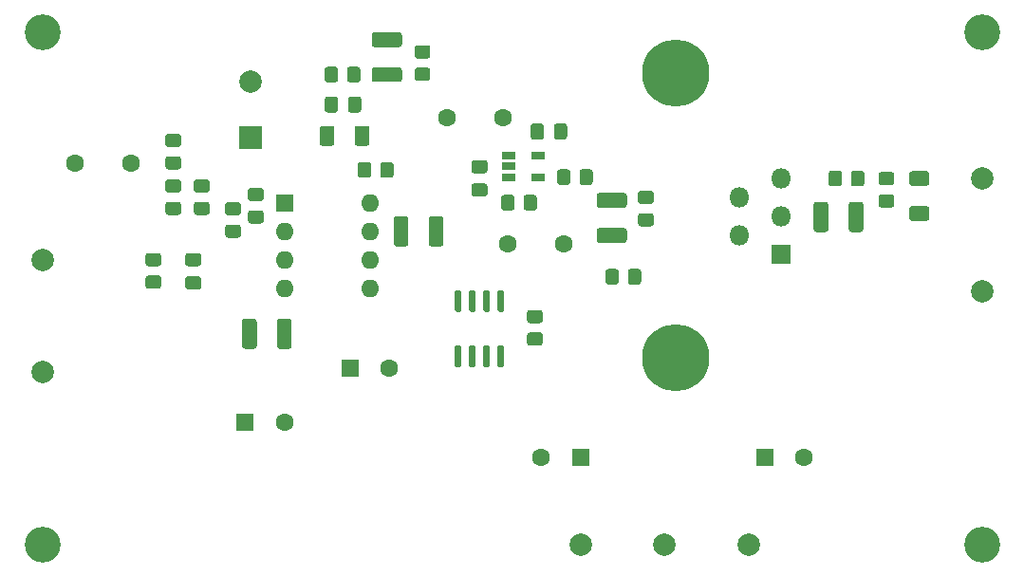
<source format=gbr>
G04 #@! TF.GenerationSoftware,KiCad,Pcbnew,(5.1.9-0-10_14)*
G04 #@! TF.CreationDate,2021-02-19T16:14:07+01:00*
G04 #@! TF.ProjectId,lt1115-phono-mm-mc,6c743131-3135-42d7-9068-6f6e6f2d6d6d,rev?*
G04 #@! TF.SameCoordinates,Original*
G04 #@! TF.FileFunction,Soldermask,Top*
G04 #@! TF.FilePolarity,Negative*
%FSLAX46Y46*%
G04 Gerber Fmt 4.6, Leading zero omitted, Abs format (unit mm)*
G04 Created by KiCad (PCBNEW (5.1.9-0-10_14)) date 2021-02-19 16:14:07*
%MOMM*%
%LPD*%
G01*
G04 APERTURE LIST*
%ADD10C,3.200000*%
%ADD11R,1.220000X0.650000*%
%ADD12O,1.800000X1.800000*%
%ADD13R,1.800000X1.800000*%
%ADD14O,1.600000X1.600000*%
%ADD15R,1.600000X1.600000*%
%ADD16C,2.000000*%
%ADD17C,6.000000*%
%ADD18C,1.600000*%
%ADD19R,2.000000X2.000000*%
G04 APERTURE END LIST*
D10*
X163830000Y-144780000D03*
X80010000Y-144780000D03*
X163830000Y-99060000D03*
X80010000Y-99060000D03*
D11*
X124206000Y-110114000D03*
X124206000Y-112014000D03*
X121586000Y-112014000D03*
X121586000Y-111064000D03*
X121586000Y-110114000D03*
D12*
X145923000Y-112135500D03*
X142223000Y-113835500D03*
X145923000Y-115535500D03*
X142223000Y-117235500D03*
D13*
X145923000Y-118935500D03*
G36*
G01*
X120754000Y-127041000D02*
X121054000Y-127041000D01*
G75*
G02*
X121204000Y-127191000I0J-150000D01*
G01*
X121204000Y-128841000D01*
G75*
G02*
X121054000Y-128991000I-150000J0D01*
G01*
X120754000Y-128991000D01*
G75*
G02*
X120604000Y-128841000I0J150000D01*
G01*
X120604000Y-127191000D01*
G75*
G02*
X120754000Y-127041000I150000J0D01*
G01*
G37*
G36*
G01*
X119484000Y-127041000D02*
X119784000Y-127041000D01*
G75*
G02*
X119934000Y-127191000I0J-150000D01*
G01*
X119934000Y-128841000D01*
G75*
G02*
X119784000Y-128991000I-150000J0D01*
G01*
X119484000Y-128991000D01*
G75*
G02*
X119334000Y-128841000I0J150000D01*
G01*
X119334000Y-127191000D01*
G75*
G02*
X119484000Y-127041000I150000J0D01*
G01*
G37*
G36*
G01*
X118214000Y-127041000D02*
X118514000Y-127041000D01*
G75*
G02*
X118664000Y-127191000I0J-150000D01*
G01*
X118664000Y-128841000D01*
G75*
G02*
X118514000Y-128991000I-150000J0D01*
G01*
X118214000Y-128991000D01*
G75*
G02*
X118064000Y-128841000I0J150000D01*
G01*
X118064000Y-127191000D01*
G75*
G02*
X118214000Y-127041000I150000J0D01*
G01*
G37*
G36*
G01*
X116944000Y-127041000D02*
X117244000Y-127041000D01*
G75*
G02*
X117394000Y-127191000I0J-150000D01*
G01*
X117394000Y-128841000D01*
G75*
G02*
X117244000Y-128991000I-150000J0D01*
G01*
X116944000Y-128991000D01*
G75*
G02*
X116794000Y-128841000I0J150000D01*
G01*
X116794000Y-127191000D01*
G75*
G02*
X116944000Y-127041000I150000J0D01*
G01*
G37*
G36*
G01*
X116944000Y-122091000D02*
X117244000Y-122091000D01*
G75*
G02*
X117394000Y-122241000I0J-150000D01*
G01*
X117394000Y-123891000D01*
G75*
G02*
X117244000Y-124041000I-150000J0D01*
G01*
X116944000Y-124041000D01*
G75*
G02*
X116794000Y-123891000I0J150000D01*
G01*
X116794000Y-122241000D01*
G75*
G02*
X116944000Y-122091000I150000J0D01*
G01*
G37*
G36*
G01*
X118214000Y-122091000D02*
X118514000Y-122091000D01*
G75*
G02*
X118664000Y-122241000I0J-150000D01*
G01*
X118664000Y-123891000D01*
G75*
G02*
X118514000Y-124041000I-150000J0D01*
G01*
X118214000Y-124041000D01*
G75*
G02*
X118064000Y-123891000I0J150000D01*
G01*
X118064000Y-122241000D01*
G75*
G02*
X118214000Y-122091000I150000J0D01*
G01*
G37*
G36*
G01*
X119484000Y-122091000D02*
X119784000Y-122091000D01*
G75*
G02*
X119934000Y-122241000I0J-150000D01*
G01*
X119934000Y-123891000D01*
G75*
G02*
X119784000Y-124041000I-150000J0D01*
G01*
X119484000Y-124041000D01*
G75*
G02*
X119334000Y-123891000I0J150000D01*
G01*
X119334000Y-122241000D01*
G75*
G02*
X119484000Y-122091000I150000J0D01*
G01*
G37*
G36*
G01*
X120754000Y-122091000D02*
X121054000Y-122091000D01*
G75*
G02*
X121204000Y-122241000I0J-150000D01*
G01*
X121204000Y-123891000D01*
G75*
G02*
X121054000Y-124041000I-150000J0D01*
G01*
X120754000Y-124041000D01*
G75*
G02*
X120604000Y-123891000I0J150000D01*
G01*
X120604000Y-122241000D01*
G75*
G02*
X120754000Y-122091000I150000J0D01*
G01*
G37*
D14*
X109220000Y-114300000D03*
X101600000Y-121920000D03*
X109220000Y-116840000D03*
X101600000Y-119380000D03*
X109220000Y-119380000D03*
X101600000Y-116840000D03*
X109220000Y-121920000D03*
D15*
X101600000Y-114300000D03*
G36*
G01*
X127924000Y-112464001D02*
X127924000Y-111563999D01*
G75*
G02*
X128173999Y-111314000I249999J0D01*
G01*
X128874001Y-111314000D01*
G75*
G02*
X129124000Y-111563999I0J-249999D01*
G01*
X129124000Y-112464001D01*
G75*
G02*
X128874001Y-112714000I-249999J0D01*
G01*
X128173999Y-112714000D01*
G75*
G02*
X127924000Y-112464001I0J249999D01*
G01*
G37*
G36*
G01*
X125924000Y-112464001D02*
X125924000Y-111563999D01*
G75*
G02*
X126173999Y-111314000I249999J0D01*
G01*
X126874001Y-111314000D01*
G75*
G02*
X127124000Y-111563999I0J-249999D01*
G01*
X127124000Y-112464001D01*
G75*
G02*
X126874001Y-112714000I-249999J0D01*
G01*
X126173999Y-112714000D01*
G75*
G02*
X125924000Y-112464001I0J249999D01*
G01*
G37*
G36*
G01*
X122939000Y-114750001D02*
X122939000Y-113849999D01*
G75*
G02*
X123188999Y-113600000I249999J0D01*
G01*
X123889001Y-113600000D01*
G75*
G02*
X124139000Y-113849999I0J-249999D01*
G01*
X124139000Y-114750001D01*
G75*
G02*
X123889001Y-115000000I-249999J0D01*
G01*
X123188999Y-115000000D01*
G75*
G02*
X122939000Y-114750001I0J249999D01*
G01*
G37*
G36*
G01*
X120939000Y-114750001D02*
X120939000Y-113849999D01*
G75*
G02*
X121188999Y-113600000I249999J0D01*
G01*
X121889001Y-113600000D01*
G75*
G02*
X122139000Y-113849999I0J-249999D01*
G01*
X122139000Y-114750001D01*
G75*
G02*
X121889001Y-115000000I-249999J0D01*
G01*
X121188999Y-115000000D01*
G75*
G02*
X120939000Y-114750001I0J249999D01*
G01*
G37*
G36*
G01*
X154870999Y-113541000D02*
X155771001Y-113541000D01*
G75*
G02*
X156021000Y-113790999I0J-249999D01*
G01*
X156021000Y-114491001D01*
G75*
G02*
X155771001Y-114741000I-249999J0D01*
G01*
X154870999Y-114741000D01*
G75*
G02*
X154621000Y-114491001I0J249999D01*
G01*
X154621000Y-113790999D01*
G75*
G02*
X154870999Y-113541000I249999J0D01*
G01*
G37*
G36*
G01*
X154870999Y-111541000D02*
X155771001Y-111541000D01*
G75*
G02*
X156021000Y-111790999I0J-249999D01*
G01*
X156021000Y-112491001D01*
G75*
G02*
X155771001Y-112741000I-249999J0D01*
G01*
X154870999Y-112741000D01*
G75*
G02*
X154621000Y-112491001I0J249999D01*
G01*
X154621000Y-111790999D01*
G75*
G02*
X154870999Y-111541000I249999J0D01*
G01*
G37*
G36*
G01*
X151349000Y-111690999D02*
X151349000Y-112591001D01*
G75*
G02*
X151099001Y-112841000I-249999J0D01*
G01*
X150398999Y-112841000D01*
G75*
G02*
X150149000Y-112591001I0J249999D01*
G01*
X150149000Y-111690999D01*
G75*
G02*
X150398999Y-111441000I249999J0D01*
G01*
X151099001Y-111441000D01*
G75*
G02*
X151349000Y-111690999I0J-249999D01*
G01*
G37*
G36*
G01*
X153349000Y-111690999D02*
X153349000Y-112591001D01*
G75*
G02*
X153099001Y-112841000I-249999J0D01*
G01*
X152398999Y-112841000D01*
G75*
G02*
X152149000Y-112591001I0J249999D01*
G01*
X152149000Y-111690999D01*
G75*
G02*
X152398999Y-111441000I249999J0D01*
G01*
X153099001Y-111441000D01*
G75*
G02*
X153349000Y-111690999I0J-249999D01*
G01*
G37*
G36*
G01*
X134308001Y-114424000D02*
X133407999Y-114424000D01*
G75*
G02*
X133158000Y-114174001I0J249999D01*
G01*
X133158000Y-113473999D01*
G75*
G02*
X133407999Y-113224000I249999J0D01*
G01*
X134308001Y-113224000D01*
G75*
G02*
X134558000Y-113473999I0J-249999D01*
G01*
X134558000Y-114174001D01*
G75*
G02*
X134308001Y-114424000I-249999J0D01*
G01*
G37*
G36*
G01*
X134308001Y-116424000D02*
X133407999Y-116424000D01*
G75*
G02*
X133158000Y-116174001I0J249999D01*
G01*
X133158000Y-115473999D01*
G75*
G02*
X133407999Y-115224000I249999J0D01*
G01*
X134308001Y-115224000D01*
G75*
G02*
X134558000Y-115473999I0J-249999D01*
G01*
X134558000Y-116174001D01*
G75*
G02*
X134308001Y-116424000I-249999J0D01*
G01*
G37*
G36*
G01*
X131442000Y-120453999D02*
X131442000Y-121354001D01*
G75*
G02*
X131192001Y-121604000I-249999J0D01*
G01*
X130491999Y-121604000D01*
G75*
G02*
X130242000Y-121354001I0J249999D01*
G01*
X130242000Y-120453999D01*
G75*
G02*
X130491999Y-120204000I249999J0D01*
G01*
X131192001Y-120204000D01*
G75*
G02*
X131442000Y-120453999I0J-249999D01*
G01*
G37*
G36*
G01*
X133442000Y-120453999D02*
X133442000Y-121354001D01*
G75*
G02*
X133192001Y-121604000I-249999J0D01*
G01*
X132491999Y-121604000D01*
G75*
G02*
X132242000Y-121354001I0J249999D01*
G01*
X132242000Y-120453999D01*
G75*
G02*
X132491999Y-120204000I249999J0D01*
G01*
X133192001Y-120204000D01*
G75*
G02*
X133442000Y-120453999I0J-249999D01*
G01*
G37*
G36*
G01*
X113468999Y-102238000D02*
X114369001Y-102238000D01*
G75*
G02*
X114619000Y-102487999I0J-249999D01*
G01*
X114619000Y-103188001D01*
G75*
G02*
X114369001Y-103438000I-249999J0D01*
G01*
X113468999Y-103438000D01*
G75*
G02*
X113219000Y-103188001I0J249999D01*
G01*
X113219000Y-102487999D01*
G75*
G02*
X113468999Y-102238000I249999J0D01*
G01*
G37*
G36*
G01*
X113468999Y-100238000D02*
X114369001Y-100238000D01*
G75*
G02*
X114619000Y-100487999I0J-249999D01*
G01*
X114619000Y-101188001D01*
G75*
G02*
X114369001Y-101438000I-249999J0D01*
G01*
X113468999Y-101438000D01*
G75*
G02*
X113219000Y-101188001I0J249999D01*
G01*
X113219000Y-100487999D01*
G75*
G02*
X113468999Y-100238000I249999J0D01*
G01*
G37*
G36*
G01*
X123501999Y-125860000D02*
X124402001Y-125860000D01*
G75*
G02*
X124652000Y-126109999I0J-249999D01*
G01*
X124652000Y-126810001D01*
G75*
G02*
X124402001Y-127060000I-249999J0D01*
G01*
X123501999Y-127060000D01*
G75*
G02*
X123252000Y-126810001I0J249999D01*
G01*
X123252000Y-126109999D01*
G75*
G02*
X123501999Y-125860000I249999J0D01*
G01*
G37*
G36*
G01*
X123501999Y-123860000D02*
X124402001Y-123860000D01*
G75*
G02*
X124652000Y-124109999I0J-249999D01*
G01*
X124652000Y-124810001D01*
G75*
G02*
X124402001Y-125060000I-249999J0D01*
G01*
X123501999Y-125060000D01*
G75*
G02*
X123252000Y-124810001I0J249999D01*
G01*
X123252000Y-124109999D01*
G75*
G02*
X123501999Y-123860000I249999J0D01*
G01*
G37*
G36*
G01*
X91243999Y-110144000D02*
X92144001Y-110144000D01*
G75*
G02*
X92394000Y-110393999I0J-249999D01*
G01*
X92394000Y-111094001D01*
G75*
G02*
X92144001Y-111344000I-249999J0D01*
G01*
X91243999Y-111344000D01*
G75*
G02*
X90994000Y-111094001I0J249999D01*
G01*
X90994000Y-110393999D01*
G75*
G02*
X91243999Y-110144000I249999J0D01*
G01*
G37*
G36*
G01*
X91243999Y-108144000D02*
X92144001Y-108144000D01*
G75*
G02*
X92394000Y-108393999I0J-249999D01*
G01*
X92394000Y-109094001D01*
G75*
G02*
X92144001Y-109344000I-249999J0D01*
G01*
X91243999Y-109344000D01*
G75*
G02*
X90994000Y-109094001I0J249999D01*
G01*
X90994000Y-108393999D01*
G75*
G02*
X91243999Y-108144000I249999J0D01*
G01*
G37*
G36*
G01*
X106391000Y-102419999D02*
X106391000Y-103320001D01*
G75*
G02*
X106141001Y-103570000I-249999J0D01*
G01*
X105440999Y-103570000D01*
G75*
G02*
X105191000Y-103320001I0J249999D01*
G01*
X105191000Y-102419999D01*
G75*
G02*
X105440999Y-102170000I249999J0D01*
G01*
X106141001Y-102170000D01*
G75*
G02*
X106391000Y-102419999I0J-249999D01*
G01*
G37*
G36*
G01*
X108391000Y-102419999D02*
X108391000Y-103320001D01*
G75*
G02*
X108141001Y-103570000I-249999J0D01*
G01*
X107440999Y-103570000D01*
G75*
G02*
X107191000Y-103320001I0J249999D01*
G01*
X107191000Y-102419999D01*
G75*
G02*
X107440999Y-102170000I249999J0D01*
G01*
X108141001Y-102170000D01*
G75*
G02*
X108391000Y-102419999I0J-249999D01*
G01*
G37*
G36*
G01*
X109344000Y-110928999D02*
X109344000Y-111829001D01*
G75*
G02*
X109094001Y-112079000I-249999J0D01*
G01*
X108393999Y-112079000D01*
G75*
G02*
X108144000Y-111829001I0J249999D01*
G01*
X108144000Y-110928999D01*
G75*
G02*
X108393999Y-110679000I249999J0D01*
G01*
X109094001Y-110679000D01*
G75*
G02*
X109344000Y-110928999I0J-249999D01*
G01*
G37*
G36*
G01*
X111344000Y-110928999D02*
X111344000Y-111829001D01*
G75*
G02*
X111094001Y-112079000I-249999J0D01*
G01*
X110393999Y-112079000D01*
G75*
G02*
X110144000Y-111829001I0J249999D01*
G01*
X110144000Y-110928999D01*
G75*
G02*
X110393999Y-110679000I249999J0D01*
G01*
X111094001Y-110679000D01*
G75*
G02*
X111344000Y-110928999I0J-249999D01*
G01*
G37*
G36*
G01*
X98609999Y-114970000D02*
X99510001Y-114970000D01*
G75*
G02*
X99760000Y-115219999I0J-249999D01*
G01*
X99760000Y-115920001D01*
G75*
G02*
X99510001Y-116170000I-249999J0D01*
G01*
X98609999Y-116170000D01*
G75*
G02*
X98360000Y-115920001I0J249999D01*
G01*
X98360000Y-115219999D01*
G75*
G02*
X98609999Y-114970000I249999J0D01*
G01*
G37*
G36*
G01*
X98609999Y-112970000D02*
X99510001Y-112970000D01*
G75*
G02*
X99760000Y-113219999I0J-249999D01*
G01*
X99760000Y-113920001D01*
G75*
G02*
X99510001Y-114170000I-249999J0D01*
G01*
X98609999Y-114170000D01*
G75*
G02*
X98360000Y-113920001I0J249999D01*
G01*
X98360000Y-113219999D01*
G75*
G02*
X98609999Y-112970000I249999J0D01*
G01*
G37*
G36*
G01*
X92144001Y-113408000D02*
X91243999Y-113408000D01*
G75*
G02*
X90994000Y-113158001I0J249999D01*
G01*
X90994000Y-112457999D01*
G75*
G02*
X91243999Y-112208000I249999J0D01*
G01*
X92144001Y-112208000D01*
G75*
G02*
X92394000Y-112457999I0J-249999D01*
G01*
X92394000Y-113158001D01*
G75*
G02*
X92144001Y-113408000I-249999J0D01*
G01*
G37*
G36*
G01*
X92144001Y-115408000D02*
X91243999Y-115408000D01*
G75*
G02*
X90994000Y-115158001I0J249999D01*
G01*
X90994000Y-114457999D01*
G75*
G02*
X91243999Y-114208000I249999J0D01*
G01*
X92144001Y-114208000D01*
G75*
G02*
X92394000Y-114457999I0J-249999D01*
G01*
X92394000Y-115158001D01*
G75*
G02*
X92144001Y-115408000I-249999J0D01*
G01*
G37*
G36*
G01*
X94684001Y-113408000D02*
X93783999Y-113408000D01*
G75*
G02*
X93534000Y-113158001I0J249999D01*
G01*
X93534000Y-112457999D01*
G75*
G02*
X93783999Y-112208000I249999J0D01*
G01*
X94684001Y-112208000D01*
G75*
G02*
X94934000Y-112457999I0J-249999D01*
G01*
X94934000Y-113158001D01*
G75*
G02*
X94684001Y-113408000I-249999J0D01*
G01*
G37*
G36*
G01*
X94684001Y-115408000D02*
X93783999Y-115408000D01*
G75*
G02*
X93534000Y-115158001I0J249999D01*
G01*
X93534000Y-114457999D01*
G75*
G02*
X93783999Y-114208000I249999J0D01*
G01*
X94684001Y-114208000D01*
G75*
G02*
X94934000Y-114457999I0J-249999D01*
G01*
X94934000Y-115158001D01*
G75*
G02*
X94684001Y-115408000I-249999J0D01*
G01*
G37*
G36*
G01*
X97478001Y-115440000D02*
X96577999Y-115440000D01*
G75*
G02*
X96328000Y-115190001I0J249999D01*
G01*
X96328000Y-114489999D01*
G75*
G02*
X96577999Y-114240000I249999J0D01*
G01*
X97478001Y-114240000D01*
G75*
G02*
X97728000Y-114489999I0J-249999D01*
G01*
X97728000Y-115190001D01*
G75*
G02*
X97478001Y-115440000I-249999J0D01*
G01*
G37*
G36*
G01*
X97478001Y-117440000D02*
X96577999Y-117440000D01*
G75*
G02*
X96328000Y-117190001I0J249999D01*
G01*
X96328000Y-116489999D01*
G75*
G02*
X96577999Y-116240000I249999J0D01*
G01*
X97478001Y-116240000D01*
G75*
G02*
X97728000Y-116489999I0J-249999D01*
G01*
X97728000Y-117190001D01*
G75*
G02*
X97478001Y-117440000I-249999J0D01*
G01*
G37*
G36*
G01*
X89465999Y-120780000D02*
X90366001Y-120780000D01*
G75*
G02*
X90616000Y-121029999I0J-249999D01*
G01*
X90616000Y-121730001D01*
G75*
G02*
X90366001Y-121980000I-249999J0D01*
G01*
X89465999Y-121980000D01*
G75*
G02*
X89216000Y-121730001I0J249999D01*
G01*
X89216000Y-121029999D01*
G75*
G02*
X89465999Y-120780000I249999J0D01*
G01*
G37*
G36*
G01*
X89465999Y-118780000D02*
X90366001Y-118780000D01*
G75*
G02*
X90616000Y-119029999I0J-249999D01*
G01*
X90616000Y-119730001D01*
G75*
G02*
X90366001Y-119980000I-249999J0D01*
G01*
X89465999Y-119980000D01*
G75*
G02*
X89216000Y-119730001I0J249999D01*
G01*
X89216000Y-119029999D01*
G75*
G02*
X89465999Y-118780000I249999J0D01*
G01*
G37*
D16*
X163830000Y-122174000D03*
X163830000Y-112141000D03*
X143002000Y-144780000D03*
X135509000Y-144780000D03*
X128016000Y-144780000D03*
X80010000Y-129413000D03*
X80010000Y-119380000D03*
D17*
X136525000Y-128143000D03*
X136525000Y-102743000D03*
D18*
X121539000Y-117983000D03*
X126539000Y-117983000D03*
G36*
G01*
X119474000Y-111669500D02*
X118524000Y-111669500D01*
G75*
G02*
X118274000Y-111419500I0J250000D01*
G01*
X118274000Y-110744500D01*
G75*
G02*
X118524000Y-110494500I250000J0D01*
G01*
X119474000Y-110494500D01*
G75*
G02*
X119724000Y-110744500I0J-250000D01*
G01*
X119724000Y-111419500D01*
G75*
G02*
X119474000Y-111669500I-250000J0D01*
G01*
G37*
G36*
G01*
X119474000Y-113744500D02*
X118524000Y-113744500D01*
G75*
G02*
X118274000Y-113494500I0J250000D01*
G01*
X118274000Y-112819500D01*
G75*
G02*
X118524000Y-112569500I250000J0D01*
G01*
X119474000Y-112569500D01*
G75*
G02*
X119724000Y-112819500I0J-250000D01*
G01*
X119724000Y-113494500D01*
G75*
G02*
X119474000Y-113744500I-250000J0D01*
G01*
G37*
G36*
G01*
X125650500Y-108425000D02*
X125650500Y-107475000D01*
G75*
G02*
X125900500Y-107225000I250000J0D01*
G01*
X126575500Y-107225000D01*
G75*
G02*
X126825500Y-107475000I0J-250000D01*
G01*
X126825500Y-108425000D01*
G75*
G02*
X126575500Y-108675000I-250000J0D01*
G01*
X125900500Y-108675000D01*
G75*
G02*
X125650500Y-108425000I0J250000D01*
G01*
G37*
G36*
G01*
X123575500Y-108425000D02*
X123575500Y-107475000D01*
G75*
G02*
X123825500Y-107225000I250000J0D01*
G01*
X124500500Y-107225000D01*
G75*
G02*
X124750500Y-107475000I0J-250000D01*
G01*
X124750500Y-108425000D01*
G75*
G02*
X124500500Y-108675000I-250000J0D01*
G01*
X123825500Y-108675000D01*
G75*
G02*
X123575500Y-108425000I0J250000D01*
G01*
G37*
X121078000Y-106680000D03*
X116078000Y-106680000D03*
G36*
G01*
X157591999Y-114603500D02*
X158892001Y-114603500D01*
G75*
G02*
X159142000Y-114853499I0J-249999D01*
G01*
X159142000Y-115678501D01*
G75*
G02*
X158892001Y-115928500I-249999J0D01*
G01*
X157591999Y-115928500D01*
G75*
G02*
X157342000Y-115678501I0J249999D01*
G01*
X157342000Y-114853499D01*
G75*
G02*
X157591999Y-114603500I249999J0D01*
G01*
G37*
G36*
G01*
X157591999Y-111478500D02*
X158892001Y-111478500D01*
G75*
G02*
X159142000Y-111728499I0J-249999D01*
G01*
X159142000Y-112553501D01*
G75*
G02*
X158892001Y-112803500I-249999J0D01*
G01*
X157591999Y-112803500D01*
G75*
G02*
X157342000Y-112553501I0J249999D01*
G01*
X157342000Y-111728499D01*
G75*
G02*
X157591999Y-111478500I249999J0D01*
G01*
G37*
X147955000Y-137033000D03*
D15*
X144455000Y-137033000D03*
G36*
G01*
X150141500Y-114469999D02*
X150141500Y-116670001D01*
G75*
G02*
X149891501Y-116920000I-249999J0D01*
G01*
X149066499Y-116920000D01*
G75*
G02*
X148816500Y-116670001I0J249999D01*
G01*
X148816500Y-114469999D01*
G75*
G02*
X149066499Y-114220000I249999J0D01*
G01*
X149891501Y-114220000D01*
G75*
G02*
X150141500Y-114469999I0J-249999D01*
G01*
G37*
G36*
G01*
X153266500Y-114469999D02*
X153266500Y-116670001D01*
G75*
G02*
X153016501Y-116920000I-249999J0D01*
G01*
X152191499Y-116920000D01*
G75*
G02*
X151941500Y-116670001I0J249999D01*
G01*
X151941500Y-114469999D01*
G75*
G02*
X152191499Y-114220000I249999J0D01*
G01*
X153016501Y-114220000D01*
G75*
G02*
X153266500Y-114469999I0J-249999D01*
G01*
G37*
G36*
G01*
X131910001Y-114758500D02*
X129709999Y-114758500D01*
G75*
G02*
X129460000Y-114508501I0J249999D01*
G01*
X129460000Y-113683499D01*
G75*
G02*
X129709999Y-113433500I249999J0D01*
G01*
X131910001Y-113433500D01*
G75*
G02*
X132160000Y-113683499I0J-249999D01*
G01*
X132160000Y-114508501D01*
G75*
G02*
X131910001Y-114758500I-249999J0D01*
G01*
G37*
G36*
G01*
X131910001Y-117883500D02*
X129709999Y-117883500D01*
G75*
G02*
X129460000Y-117633501I0J249999D01*
G01*
X129460000Y-116808499D01*
G75*
G02*
X129709999Y-116558500I249999J0D01*
G01*
X131910001Y-116558500D01*
G75*
G02*
X132160000Y-116808499I0J-249999D01*
G01*
X132160000Y-117633501D01*
G75*
G02*
X131910001Y-117883500I-249999J0D01*
G01*
G37*
D18*
X124516000Y-137033000D03*
D15*
X128016000Y-137033000D03*
G36*
G01*
X109643999Y-102207500D02*
X111844001Y-102207500D01*
G75*
G02*
X112094000Y-102457499I0J-249999D01*
G01*
X112094000Y-103282501D01*
G75*
G02*
X111844001Y-103532500I-249999J0D01*
G01*
X109643999Y-103532500D01*
G75*
G02*
X109394000Y-103282501I0J249999D01*
G01*
X109394000Y-102457499D01*
G75*
G02*
X109643999Y-102207500I249999J0D01*
G01*
G37*
G36*
G01*
X109643999Y-99082500D02*
X111844001Y-99082500D01*
G75*
G02*
X112094000Y-99332499I0J-249999D01*
G01*
X112094000Y-100157501D01*
G75*
G02*
X111844001Y-100407500I-249999J0D01*
G01*
X109643999Y-100407500D01*
G75*
G02*
X109394000Y-100157501I0J249999D01*
G01*
X109394000Y-99332499D01*
G75*
G02*
X109643999Y-99082500I249999J0D01*
G01*
G37*
G36*
G01*
X106072500Y-107680999D02*
X106072500Y-108981001D01*
G75*
G02*
X105822501Y-109231000I-249999J0D01*
G01*
X104997499Y-109231000D01*
G75*
G02*
X104747500Y-108981001I0J249999D01*
G01*
X104747500Y-107680999D01*
G75*
G02*
X104997499Y-107431000I249999J0D01*
G01*
X105822501Y-107431000D01*
G75*
G02*
X106072500Y-107680999I0J-249999D01*
G01*
G37*
G36*
G01*
X109197500Y-107680999D02*
X109197500Y-108981001D01*
G75*
G02*
X108947501Y-109231000I-249999J0D01*
G01*
X108122499Y-109231000D01*
G75*
G02*
X107872500Y-108981001I0J249999D01*
G01*
X107872500Y-107680999D01*
G75*
G02*
X108122499Y-107431000I249999J0D01*
G01*
X108947501Y-107431000D01*
G75*
G02*
X109197500Y-107680999I0J-249999D01*
G01*
G37*
G36*
G01*
X106378500Y-105062000D02*
X106378500Y-106012000D01*
G75*
G02*
X106128500Y-106262000I-250000J0D01*
G01*
X105453500Y-106262000D01*
G75*
G02*
X105203500Y-106012000I0J250000D01*
G01*
X105203500Y-105062000D01*
G75*
G02*
X105453500Y-104812000I250000J0D01*
G01*
X106128500Y-104812000D01*
G75*
G02*
X106378500Y-105062000I0J-250000D01*
G01*
G37*
G36*
G01*
X108453500Y-105062000D02*
X108453500Y-106012000D01*
G75*
G02*
X108203500Y-106262000I-250000J0D01*
G01*
X107528500Y-106262000D01*
G75*
G02*
X107278500Y-106012000I0J250000D01*
G01*
X107278500Y-105062000D01*
G75*
G02*
X107528500Y-104812000I250000J0D01*
G01*
X108203500Y-104812000D01*
G75*
G02*
X108453500Y-105062000I0J-250000D01*
G01*
G37*
D18*
X101600000Y-133858000D03*
D15*
X98100000Y-133858000D03*
G36*
G01*
X100937500Y-127084001D02*
X100937500Y-124883999D01*
G75*
G02*
X101187499Y-124634000I249999J0D01*
G01*
X102012501Y-124634000D01*
G75*
G02*
X102262500Y-124883999I0J-249999D01*
G01*
X102262500Y-127084001D01*
G75*
G02*
X102012501Y-127334000I-249999J0D01*
G01*
X101187499Y-127334000D01*
G75*
G02*
X100937500Y-127084001I0J249999D01*
G01*
G37*
G36*
G01*
X97812500Y-127084001D02*
X97812500Y-124883999D01*
G75*
G02*
X98062499Y-124634000I249999J0D01*
G01*
X98887501Y-124634000D01*
G75*
G02*
X99137500Y-124883999I0J-249999D01*
G01*
X99137500Y-127084001D01*
G75*
G02*
X98887501Y-127334000I-249999J0D01*
G01*
X98062499Y-127334000D01*
G75*
G02*
X97812500Y-127084001I0J249999D01*
G01*
G37*
G36*
G01*
X114476500Y-117940001D02*
X114476500Y-115739999D01*
G75*
G02*
X114726499Y-115490000I249999J0D01*
G01*
X115551501Y-115490000D01*
G75*
G02*
X115801500Y-115739999I0J-249999D01*
G01*
X115801500Y-117940001D01*
G75*
G02*
X115551501Y-118190000I-249999J0D01*
G01*
X114726499Y-118190000D01*
G75*
G02*
X114476500Y-117940001I0J249999D01*
G01*
G37*
G36*
G01*
X111351500Y-117940001D02*
X111351500Y-115739999D01*
G75*
G02*
X111601499Y-115490000I249999J0D01*
G01*
X112426501Y-115490000D01*
G75*
G02*
X112676500Y-115739999I0J-249999D01*
G01*
X112676500Y-117940001D01*
G75*
G02*
X112426501Y-118190000I-249999J0D01*
G01*
X111601499Y-118190000D01*
G75*
G02*
X111351500Y-117940001I0J249999D01*
G01*
G37*
D18*
X110942000Y-129032000D03*
D15*
X107442000Y-129032000D03*
D16*
X98552000Y-103458000D03*
D19*
X98552000Y-108458000D03*
D18*
X87884000Y-110744000D03*
X82884000Y-110744000D03*
G36*
G01*
X92997000Y-120867500D02*
X93947000Y-120867500D01*
G75*
G02*
X94197000Y-121117500I0J-250000D01*
G01*
X94197000Y-121792500D01*
G75*
G02*
X93947000Y-122042500I-250000J0D01*
G01*
X92997000Y-122042500D01*
G75*
G02*
X92747000Y-121792500I0J250000D01*
G01*
X92747000Y-121117500D01*
G75*
G02*
X92997000Y-120867500I250000J0D01*
G01*
G37*
G36*
G01*
X92997000Y-118792500D02*
X93947000Y-118792500D01*
G75*
G02*
X94197000Y-119042500I0J-250000D01*
G01*
X94197000Y-119717500D01*
G75*
G02*
X93947000Y-119967500I-250000J0D01*
G01*
X92997000Y-119967500D01*
G75*
G02*
X92747000Y-119717500I0J250000D01*
G01*
X92747000Y-119042500D01*
G75*
G02*
X92997000Y-118792500I250000J0D01*
G01*
G37*
M02*

</source>
